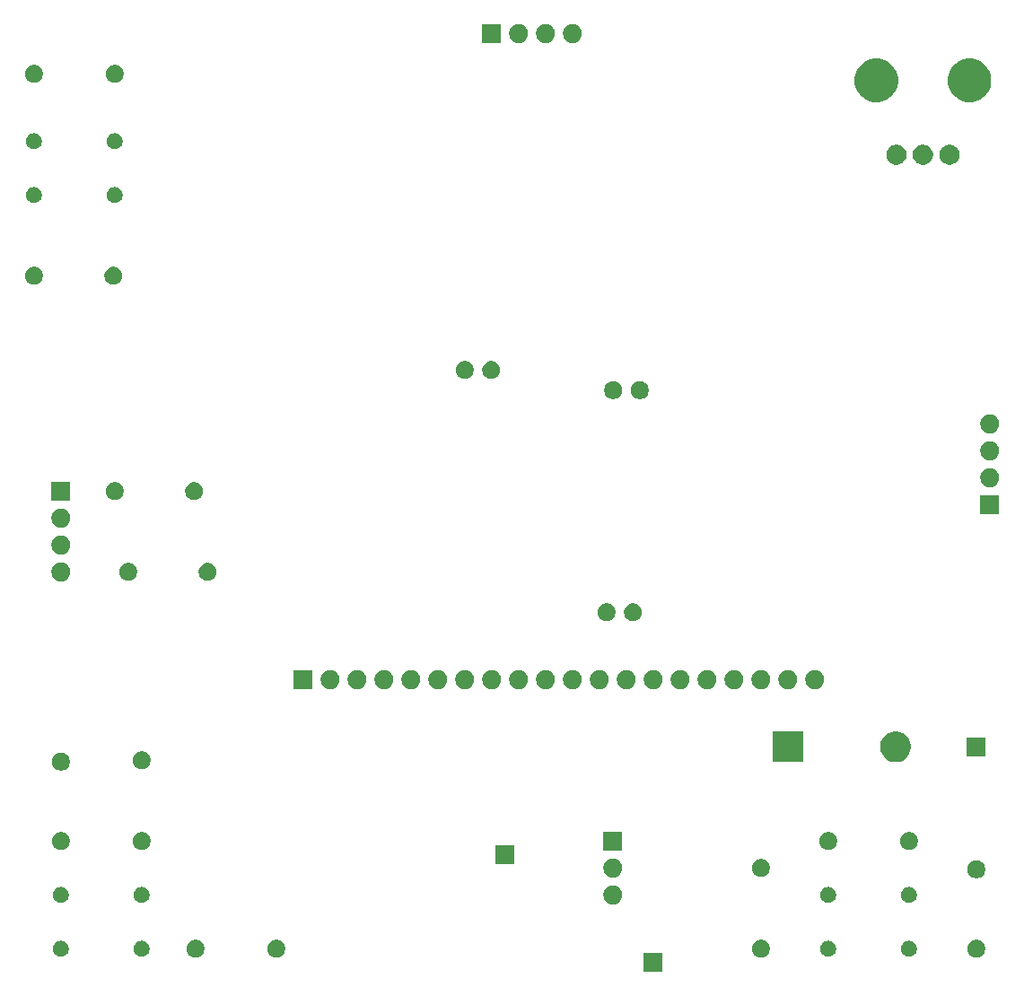
<source format=gbs>
G04 #@! TF.GenerationSoftware,KiCad,Pcbnew,5.1.5-52549c5~84~ubuntu18.04.1*
G04 #@! TF.CreationDate,2019-11-27T13:31:26-05:00*
G04 #@! TF.ProjectId,miniPCB,6d696e69-5043-4422-9e6b-696361645f70,rev?*
G04 #@! TF.SameCoordinates,Original*
G04 #@! TF.FileFunction,Soldermask,Bot*
G04 #@! TF.FilePolarity,Negative*
%FSLAX46Y46*%
G04 Gerber Fmt 4.6, Leading zero omitted, Abs format (unit mm)*
G04 Created by KiCad (PCBNEW 5.1.5-52549c5~84~ubuntu18.04.1) date 2019-11-27 13:31:27*
%MOMM*%
%LPD*%
G04 APERTURE LIST*
%ADD10C,0.100000*%
G04 APERTURE END LIST*
D10*
G36*
X168541000Y-149491000D02*
G01*
X166739000Y-149491000D01*
X166739000Y-147689000D01*
X168541000Y-147689000D01*
X168541000Y-149491000D01*
G37*
G36*
X198368228Y-146501703D02*
G01*
X198523100Y-146565853D01*
X198662481Y-146658985D01*
X198781015Y-146777519D01*
X198874147Y-146916900D01*
X198938297Y-147071772D01*
X198971000Y-147236184D01*
X198971000Y-147403816D01*
X198938297Y-147568228D01*
X198874147Y-147723100D01*
X198781015Y-147862481D01*
X198662481Y-147981015D01*
X198523100Y-148074147D01*
X198368228Y-148138297D01*
X198203816Y-148171000D01*
X198036184Y-148171000D01*
X197871772Y-148138297D01*
X197716900Y-148074147D01*
X197577519Y-147981015D01*
X197458985Y-147862481D01*
X197365853Y-147723100D01*
X197301703Y-147568228D01*
X197269000Y-147403816D01*
X197269000Y-147236184D01*
X197301703Y-147071772D01*
X197365853Y-146916900D01*
X197458985Y-146777519D01*
X197577519Y-146658985D01*
X197716900Y-146565853D01*
X197871772Y-146501703D01*
X198036184Y-146469000D01*
X198203816Y-146469000D01*
X198368228Y-146501703D01*
G37*
G36*
X178048228Y-146501703D02*
G01*
X178203100Y-146565853D01*
X178342481Y-146658985D01*
X178461015Y-146777519D01*
X178554147Y-146916900D01*
X178618297Y-147071772D01*
X178651000Y-147236184D01*
X178651000Y-147403816D01*
X178618297Y-147568228D01*
X178554147Y-147723100D01*
X178461015Y-147862481D01*
X178342481Y-147981015D01*
X178203100Y-148074147D01*
X178048228Y-148138297D01*
X177883816Y-148171000D01*
X177716184Y-148171000D01*
X177551772Y-148138297D01*
X177396900Y-148074147D01*
X177257519Y-147981015D01*
X177138985Y-147862481D01*
X177045853Y-147723100D01*
X176981703Y-147568228D01*
X176949000Y-147403816D01*
X176949000Y-147236184D01*
X176981703Y-147071772D01*
X177045853Y-146916900D01*
X177138985Y-146777519D01*
X177257519Y-146658985D01*
X177396900Y-146565853D01*
X177551772Y-146501703D01*
X177716184Y-146469000D01*
X177883816Y-146469000D01*
X178048228Y-146501703D01*
G37*
G36*
X132328228Y-146501703D02*
G01*
X132483100Y-146565853D01*
X132622481Y-146658985D01*
X132741015Y-146777519D01*
X132834147Y-146916900D01*
X132898297Y-147071772D01*
X132931000Y-147236184D01*
X132931000Y-147403816D01*
X132898297Y-147568228D01*
X132834147Y-147723100D01*
X132741015Y-147862481D01*
X132622481Y-147981015D01*
X132483100Y-148074147D01*
X132328228Y-148138297D01*
X132163816Y-148171000D01*
X131996184Y-148171000D01*
X131831772Y-148138297D01*
X131676900Y-148074147D01*
X131537519Y-147981015D01*
X131418985Y-147862481D01*
X131325853Y-147723100D01*
X131261703Y-147568228D01*
X131229000Y-147403816D01*
X131229000Y-147236184D01*
X131261703Y-147071772D01*
X131325853Y-146916900D01*
X131418985Y-146777519D01*
X131537519Y-146658985D01*
X131676900Y-146565853D01*
X131831772Y-146501703D01*
X131996184Y-146469000D01*
X132163816Y-146469000D01*
X132328228Y-146501703D01*
G37*
G36*
X124708228Y-146501703D02*
G01*
X124863100Y-146565853D01*
X125002481Y-146658985D01*
X125121015Y-146777519D01*
X125214147Y-146916900D01*
X125278297Y-147071772D01*
X125311000Y-147236184D01*
X125311000Y-147403816D01*
X125278297Y-147568228D01*
X125214147Y-147723100D01*
X125121015Y-147862481D01*
X125002481Y-147981015D01*
X124863100Y-148074147D01*
X124708228Y-148138297D01*
X124543816Y-148171000D01*
X124376184Y-148171000D01*
X124211772Y-148138297D01*
X124056900Y-148074147D01*
X123917519Y-147981015D01*
X123798985Y-147862481D01*
X123705853Y-147723100D01*
X123641703Y-147568228D01*
X123609000Y-147403816D01*
X123609000Y-147236184D01*
X123641703Y-147071772D01*
X123705853Y-146916900D01*
X123798985Y-146777519D01*
X123917519Y-146658985D01*
X124056900Y-146565853D01*
X124211772Y-146501703D01*
X124376184Y-146469000D01*
X124543816Y-146469000D01*
X124708228Y-146501703D01*
G37*
G36*
X111854425Y-146574599D02*
G01*
X111978621Y-146599302D01*
X112115022Y-146655801D01*
X112237779Y-146737825D01*
X112342175Y-146842221D01*
X112424199Y-146964978D01*
X112480698Y-147101379D01*
X112509500Y-147246181D01*
X112509500Y-147393819D01*
X112480698Y-147538621D01*
X112424199Y-147675022D01*
X112342175Y-147797779D01*
X112237779Y-147902175D01*
X112115022Y-147984199D01*
X111978621Y-148040698D01*
X111854425Y-148065401D01*
X111833820Y-148069500D01*
X111686180Y-148069500D01*
X111665575Y-148065401D01*
X111541379Y-148040698D01*
X111404978Y-147984199D01*
X111282221Y-147902175D01*
X111177825Y-147797779D01*
X111095801Y-147675022D01*
X111039302Y-147538621D01*
X111010500Y-147393819D01*
X111010500Y-147246181D01*
X111039302Y-147101379D01*
X111095801Y-146964978D01*
X111177825Y-146842221D01*
X111282221Y-146737825D01*
X111404978Y-146655801D01*
X111541379Y-146599302D01*
X111665575Y-146574599D01*
X111686180Y-146570500D01*
X111833820Y-146570500D01*
X111854425Y-146574599D01*
G37*
G36*
X191864425Y-146574599D02*
G01*
X191988621Y-146599302D01*
X192125022Y-146655801D01*
X192247779Y-146737825D01*
X192352175Y-146842221D01*
X192434199Y-146964978D01*
X192490698Y-147101379D01*
X192519500Y-147246181D01*
X192519500Y-147393819D01*
X192490698Y-147538621D01*
X192434199Y-147675022D01*
X192352175Y-147797779D01*
X192247779Y-147902175D01*
X192125022Y-147984199D01*
X191988621Y-148040698D01*
X191864425Y-148065401D01*
X191843820Y-148069500D01*
X191696180Y-148069500D01*
X191675575Y-148065401D01*
X191551379Y-148040698D01*
X191414978Y-147984199D01*
X191292221Y-147902175D01*
X191187825Y-147797779D01*
X191105801Y-147675022D01*
X191049302Y-147538621D01*
X191020500Y-147393819D01*
X191020500Y-147246181D01*
X191049302Y-147101379D01*
X191105801Y-146964978D01*
X191187825Y-146842221D01*
X191292221Y-146737825D01*
X191414978Y-146655801D01*
X191551379Y-146599302D01*
X191675575Y-146574599D01*
X191696180Y-146570500D01*
X191843820Y-146570500D01*
X191864425Y-146574599D01*
G37*
G36*
X184244425Y-146574599D02*
G01*
X184368621Y-146599302D01*
X184505022Y-146655801D01*
X184627779Y-146737825D01*
X184732175Y-146842221D01*
X184814199Y-146964978D01*
X184870698Y-147101379D01*
X184899500Y-147246181D01*
X184899500Y-147393819D01*
X184870698Y-147538621D01*
X184814199Y-147675022D01*
X184732175Y-147797779D01*
X184627779Y-147902175D01*
X184505022Y-147984199D01*
X184368621Y-148040698D01*
X184244425Y-148065401D01*
X184223820Y-148069500D01*
X184076180Y-148069500D01*
X184055575Y-148065401D01*
X183931379Y-148040698D01*
X183794978Y-147984199D01*
X183672221Y-147902175D01*
X183567825Y-147797779D01*
X183485801Y-147675022D01*
X183429302Y-147538621D01*
X183400500Y-147393819D01*
X183400500Y-147246181D01*
X183429302Y-147101379D01*
X183485801Y-146964978D01*
X183567825Y-146842221D01*
X183672221Y-146737825D01*
X183794978Y-146655801D01*
X183931379Y-146599302D01*
X184055575Y-146574599D01*
X184076180Y-146570500D01*
X184223820Y-146570500D01*
X184244425Y-146574599D01*
G37*
G36*
X119474425Y-146574599D02*
G01*
X119598621Y-146599302D01*
X119735022Y-146655801D01*
X119857779Y-146737825D01*
X119962175Y-146842221D01*
X120044199Y-146964978D01*
X120100698Y-147101379D01*
X120129500Y-147246181D01*
X120129500Y-147393819D01*
X120100698Y-147538621D01*
X120044199Y-147675022D01*
X119962175Y-147797779D01*
X119857779Y-147902175D01*
X119735022Y-147984199D01*
X119598621Y-148040698D01*
X119474425Y-148065401D01*
X119453820Y-148069500D01*
X119306180Y-148069500D01*
X119285575Y-148065401D01*
X119161379Y-148040698D01*
X119024978Y-147984199D01*
X118902221Y-147902175D01*
X118797825Y-147797779D01*
X118715801Y-147675022D01*
X118659302Y-147538621D01*
X118630500Y-147393819D01*
X118630500Y-147246181D01*
X118659302Y-147101379D01*
X118715801Y-146964978D01*
X118797825Y-146842221D01*
X118902221Y-146737825D01*
X119024978Y-146655801D01*
X119161379Y-146599302D01*
X119285575Y-146574599D01*
X119306180Y-146570500D01*
X119453820Y-146570500D01*
X119474425Y-146574599D01*
G37*
G36*
X163943512Y-141343927D02*
G01*
X164092812Y-141373624D01*
X164256784Y-141441544D01*
X164404354Y-141540147D01*
X164529853Y-141665646D01*
X164628456Y-141813216D01*
X164696376Y-141977188D01*
X164731000Y-142151259D01*
X164731000Y-142328741D01*
X164696376Y-142502812D01*
X164628456Y-142666784D01*
X164529853Y-142814354D01*
X164404354Y-142939853D01*
X164256784Y-143038456D01*
X164092812Y-143106376D01*
X163943512Y-143136073D01*
X163918742Y-143141000D01*
X163741258Y-143141000D01*
X163716488Y-143136073D01*
X163567188Y-143106376D01*
X163403216Y-143038456D01*
X163255646Y-142939853D01*
X163130147Y-142814354D01*
X163031544Y-142666784D01*
X162963624Y-142502812D01*
X162929000Y-142328741D01*
X162929000Y-142151259D01*
X162963624Y-141977188D01*
X163031544Y-141813216D01*
X163130147Y-141665646D01*
X163255646Y-141540147D01*
X163403216Y-141441544D01*
X163567188Y-141373624D01*
X163716488Y-141343927D01*
X163741258Y-141339000D01*
X163918742Y-141339000D01*
X163943512Y-141343927D01*
G37*
G36*
X191864425Y-141494599D02*
G01*
X191988621Y-141519302D01*
X192125022Y-141575801D01*
X192247779Y-141657825D01*
X192352175Y-141762221D01*
X192434199Y-141884978D01*
X192490698Y-142021379D01*
X192519500Y-142166181D01*
X192519500Y-142313819D01*
X192490698Y-142458621D01*
X192434199Y-142595022D01*
X192352175Y-142717779D01*
X192247779Y-142822175D01*
X192125022Y-142904199D01*
X191988621Y-142960698D01*
X191864425Y-142985401D01*
X191843820Y-142989500D01*
X191696180Y-142989500D01*
X191675575Y-142985401D01*
X191551379Y-142960698D01*
X191414978Y-142904199D01*
X191292221Y-142822175D01*
X191187825Y-142717779D01*
X191105801Y-142595022D01*
X191049302Y-142458621D01*
X191020500Y-142313819D01*
X191020500Y-142166181D01*
X191049302Y-142021379D01*
X191105801Y-141884978D01*
X191187825Y-141762221D01*
X191292221Y-141657825D01*
X191414978Y-141575801D01*
X191551379Y-141519302D01*
X191675575Y-141494599D01*
X191696180Y-141490500D01*
X191843820Y-141490500D01*
X191864425Y-141494599D01*
G37*
G36*
X119474425Y-141494599D02*
G01*
X119598621Y-141519302D01*
X119735022Y-141575801D01*
X119857779Y-141657825D01*
X119962175Y-141762221D01*
X120044199Y-141884978D01*
X120100698Y-142021379D01*
X120129500Y-142166181D01*
X120129500Y-142313819D01*
X120100698Y-142458621D01*
X120044199Y-142595022D01*
X119962175Y-142717779D01*
X119857779Y-142822175D01*
X119735022Y-142904199D01*
X119598621Y-142960698D01*
X119474425Y-142985401D01*
X119453820Y-142989500D01*
X119306180Y-142989500D01*
X119285575Y-142985401D01*
X119161379Y-142960698D01*
X119024978Y-142904199D01*
X118902221Y-142822175D01*
X118797825Y-142717779D01*
X118715801Y-142595022D01*
X118659302Y-142458621D01*
X118630500Y-142313819D01*
X118630500Y-142166181D01*
X118659302Y-142021379D01*
X118715801Y-141884978D01*
X118797825Y-141762221D01*
X118902221Y-141657825D01*
X119024978Y-141575801D01*
X119161379Y-141519302D01*
X119285575Y-141494599D01*
X119306180Y-141490500D01*
X119453820Y-141490500D01*
X119474425Y-141494599D01*
G37*
G36*
X111854425Y-141494599D02*
G01*
X111978621Y-141519302D01*
X112115022Y-141575801D01*
X112237779Y-141657825D01*
X112342175Y-141762221D01*
X112424199Y-141884978D01*
X112480698Y-142021379D01*
X112509500Y-142166181D01*
X112509500Y-142313819D01*
X112480698Y-142458621D01*
X112424199Y-142595022D01*
X112342175Y-142717779D01*
X112237779Y-142822175D01*
X112115022Y-142904199D01*
X111978621Y-142960698D01*
X111854425Y-142985401D01*
X111833820Y-142989500D01*
X111686180Y-142989500D01*
X111665575Y-142985401D01*
X111541379Y-142960698D01*
X111404978Y-142904199D01*
X111282221Y-142822175D01*
X111177825Y-142717779D01*
X111095801Y-142595022D01*
X111039302Y-142458621D01*
X111010500Y-142313819D01*
X111010500Y-142166181D01*
X111039302Y-142021379D01*
X111095801Y-141884978D01*
X111177825Y-141762221D01*
X111282221Y-141657825D01*
X111404978Y-141575801D01*
X111541379Y-141519302D01*
X111665575Y-141494599D01*
X111686180Y-141490500D01*
X111833820Y-141490500D01*
X111854425Y-141494599D01*
G37*
G36*
X184244425Y-141494599D02*
G01*
X184368621Y-141519302D01*
X184505022Y-141575801D01*
X184627779Y-141657825D01*
X184732175Y-141762221D01*
X184814199Y-141884978D01*
X184870698Y-142021379D01*
X184899500Y-142166181D01*
X184899500Y-142313819D01*
X184870698Y-142458621D01*
X184814199Y-142595022D01*
X184732175Y-142717779D01*
X184627779Y-142822175D01*
X184505022Y-142904199D01*
X184368621Y-142960698D01*
X184244425Y-142985401D01*
X184223820Y-142989500D01*
X184076180Y-142989500D01*
X184055575Y-142985401D01*
X183931379Y-142960698D01*
X183794978Y-142904199D01*
X183672221Y-142822175D01*
X183567825Y-142717779D01*
X183485801Y-142595022D01*
X183429302Y-142458621D01*
X183400500Y-142313819D01*
X183400500Y-142166181D01*
X183429302Y-142021379D01*
X183485801Y-141884978D01*
X183567825Y-141762221D01*
X183672221Y-141657825D01*
X183794978Y-141575801D01*
X183931379Y-141519302D01*
X184055575Y-141494599D01*
X184076180Y-141490500D01*
X184223820Y-141490500D01*
X184244425Y-141494599D01*
G37*
G36*
X198368228Y-139001703D02*
G01*
X198523100Y-139065853D01*
X198662481Y-139158985D01*
X198781015Y-139277519D01*
X198874147Y-139416900D01*
X198938297Y-139571772D01*
X198971000Y-139736184D01*
X198971000Y-139903816D01*
X198938297Y-140068228D01*
X198874147Y-140223100D01*
X198781015Y-140362481D01*
X198662481Y-140481015D01*
X198523100Y-140574147D01*
X198368228Y-140638297D01*
X198203816Y-140671000D01*
X198036184Y-140671000D01*
X197871772Y-140638297D01*
X197716900Y-140574147D01*
X197577519Y-140481015D01*
X197458985Y-140362481D01*
X197365853Y-140223100D01*
X197301703Y-140068228D01*
X197269000Y-139903816D01*
X197269000Y-139736184D01*
X197301703Y-139571772D01*
X197365853Y-139416900D01*
X197458985Y-139277519D01*
X197577519Y-139158985D01*
X197716900Y-139065853D01*
X197871772Y-139001703D01*
X198036184Y-138969000D01*
X198203816Y-138969000D01*
X198368228Y-139001703D01*
G37*
G36*
X163943512Y-138803927D02*
G01*
X164092812Y-138833624D01*
X164256784Y-138901544D01*
X164404354Y-139000147D01*
X164529853Y-139125646D01*
X164628456Y-139273216D01*
X164696376Y-139437188D01*
X164731000Y-139611259D01*
X164731000Y-139788741D01*
X164696376Y-139962812D01*
X164628456Y-140126784D01*
X164529853Y-140274354D01*
X164404354Y-140399853D01*
X164256784Y-140498456D01*
X164092812Y-140566376D01*
X163943512Y-140596073D01*
X163918742Y-140601000D01*
X163741258Y-140601000D01*
X163716488Y-140596073D01*
X163567188Y-140566376D01*
X163403216Y-140498456D01*
X163255646Y-140399853D01*
X163130147Y-140274354D01*
X163031544Y-140126784D01*
X162963624Y-139962812D01*
X162929000Y-139788741D01*
X162929000Y-139611259D01*
X162963624Y-139437188D01*
X163031544Y-139273216D01*
X163130147Y-139125646D01*
X163255646Y-139000147D01*
X163403216Y-138901544D01*
X163567188Y-138833624D01*
X163716488Y-138803927D01*
X163741258Y-138799000D01*
X163918742Y-138799000D01*
X163943512Y-138803927D01*
G37*
G36*
X178048228Y-138881703D02*
G01*
X178203100Y-138945853D01*
X178342481Y-139038985D01*
X178461015Y-139157519D01*
X178554147Y-139296900D01*
X178618297Y-139451772D01*
X178651000Y-139616184D01*
X178651000Y-139783816D01*
X178618297Y-139948228D01*
X178554147Y-140103100D01*
X178461015Y-140242481D01*
X178342481Y-140361015D01*
X178203100Y-140454147D01*
X178048228Y-140518297D01*
X177883816Y-140551000D01*
X177716184Y-140551000D01*
X177551772Y-140518297D01*
X177396900Y-140454147D01*
X177257519Y-140361015D01*
X177138985Y-140242481D01*
X177045853Y-140103100D01*
X176981703Y-139948228D01*
X176949000Y-139783816D01*
X176949000Y-139616184D01*
X176981703Y-139451772D01*
X177045853Y-139296900D01*
X177138985Y-139157519D01*
X177257519Y-139038985D01*
X177396900Y-138945853D01*
X177551772Y-138881703D01*
X177716184Y-138849000D01*
X177883816Y-138849000D01*
X178048228Y-138881703D01*
G37*
G36*
X154571000Y-139331000D02*
G01*
X152769000Y-139331000D01*
X152769000Y-137529000D01*
X154571000Y-137529000D01*
X154571000Y-139331000D01*
G37*
G36*
X164731000Y-138061000D02*
G01*
X162929000Y-138061000D01*
X162929000Y-136259000D01*
X164731000Y-136259000D01*
X164731000Y-138061000D01*
G37*
G36*
X192018228Y-136341703D02*
G01*
X192173100Y-136405853D01*
X192312481Y-136498985D01*
X192431015Y-136617519D01*
X192524147Y-136756900D01*
X192588297Y-136911772D01*
X192621000Y-137076184D01*
X192621000Y-137243816D01*
X192588297Y-137408228D01*
X192524147Y-137563100D01*
X192431015Y-137702481D01*
X192312481Y-137821015D01*
X192173100Y-137914147D01*
X192018228Y-137978297D01*
X191853816Y-138011000D01*
X191686184Y-138011000D01*
X191521772Y-137978297D01*
X191366900Y-137914147D01*
X191227519Y-137821015D01*
X191108985Y-137702481D01*
X191015853Y-137563100D01*
X190951703Y-137408228D01*
X190919000Y-137243816D01*
X190919000Y-137076184D01*
X190951703Y-136911772D01*
X191015853Y-136756900D01*
X191108985Y-136617519D01*
X191227519Y-136498985D01*
X191366900Y-136405853D01*
X191521772Y-136341703D01*
X191686184Y-136309000D01*
X191853816Y-136309000D01*
X192018228Y-136341703D01*
G37*
G36*
X184398228Y-136341703D02*
G01*
X184553100Y-136405853D01*
X184692481Y-136498985D01*
X184811015Y-136617519D01*
X184904147Y-136756900D01*
X184968297Y-136911772D01*
X185001000Y-137076184D01*
X185001000Y-137243816D01*
X184968297Y-137408228D01*
X184904147Y-137563100D01*
X184811015Y-137702481D01*
X184692481Y-137821015D01*
X184553100Y-137914147D01*
X184398228Y-137978297D01*
X184233816Y-138011000D01*
X184066184Y-138011000D01*
X183901772Y-137978297D01*
X183746900Y-137914147D01*
X183607519Y-137821015D01*
X183488985Y-137702481D01*
X183395853Y-137563100D01*
X183331703Y-137408228D01*
X183299000Y-137243816D01*
X183299000Y-137076184D01*
X183331703Y-136911772D01*
X183395853Y-136756900D01*
X183488985Y-136617519D01*
X183607519Y-136498985D01*
X183746900Y-136405853D01*
X183901772Y-136341703D01*
X184066184Y-136309000D01*
X184233816Y-136309000D01*
X184398228Y-136341703D01*
G37*
G36*
X112008228Y-136341703D02*
G01*
X112163100Y-136405853D01*
X112302481Y-136498985D01*
X112421015Y-136617519D01*
X112514147Y-136756900D01*
X112578297Y-136911772D01*
X112611000Y-137076184D01*
X112611000Y-137243816D01*
X112578297Y-137408228D01*
X112514147Y-137563100D01*
X112421015Y-137702481D01*
X112302481Y-137821015D01*
X112163100Y-137914147D01*
X112008228Y-137978297D01*
X111843816Y-138011000D01*
X111676184Y-138011000D01*
X111511772Y-137978297D01*
X111356900Y-137914147D01*
X111217519Y-137821015D01*
X111098985Y-137702481D01*
X111005853Y-137563100D01*
X110941703Y-137408228D01*
X110909000Y-137243816D01*
X110909000Y-137076184D01*
X110941703Y-136911772D01*
X111005853Y-136756900D01*
X111098985Y-136617519D01*
X111217519Y-136498985D01*
X111356900Y-136405853D01*
X111511772Y-136341703D01*
X111676184Y-136309000D01*
X111843816Y-136309000D01*
X112008228Y-136341703D01*
G37*
G36*
X119628228Y-136341703D02*
G01*
X119783100Y-136405853D01*
X119922481Y-136498985D01*
X120041015Y-136617519D01*
X120134147Y-136756900D01*
X120198297Y-136911772D01*
X120231000Y-137076184D01*
X120231000Y-137243816D01*
X120198297Y-137408228D01*
X120134147Y-137563100D01*
X120041015Y-137702481D01*
X119922481Y-137821015D01*
X119783100Y-137914147D01*
X119628228Y-137978297D01*
X119463816Y-138011000D01*
X119296184Y-138011000D01*
X119131772Y-137978297D01*
X118976900Y-137914147D01*
X118837519Y-137821015D01*
X118718985Y-137702481D01*
X118625853Y-137563100D01*
X118561703Y-137408228D01*
X118529000Y-137243816D01*
X118529000Y-137076184D01*
X118561703Y-136911772D01*
X118625853Y-136756900D01*
X118718985Y-136617519D01*
X118837519Y-136498985D01*
X118976900Y-136405853D01*
X119131772Y-136341703D01*
X119296184Y-136309000D01*
X119463816Y-136309000D01*
X119628228Y-136341703D01*
G37*
G36*
X112008228Y-128841703D02*
G01*
X112163100Y-128905853D01*
X112302481Y-128998985D01*
X112421015Y-129117519D01*
X112514147Y-129256900D01*
X112578297Y-129411772D01*
X112611000Y-129576184D01*
X112611000Y-129743816D01*
X112578297Y-129908228D01*
X112514147Y-130063100D01*
X112421015Y-130202481D01*
X112302481Y-130321015D01*
X112163100Y-130414147D01*
X112008228Y-130478297D01*
X111843816Y-130511000D01*
X111676184Y-130511000D01*
X111511772Y-130478297D01*
X111356900Y-130414147D01*
X111217519Y-130321015D01*
X111098985Y-130202481D01*
X111005853Y-130063100D01*
X110941703Y-129908228D01*
X110909000Y-129743816D01*
X110909000Y-129576184D01*
X110941703Y-129411772D01*
X111005853Y-129256900D01*
X111098985Y-129117519D01*
X111217519Y-128998985D01*
X111356900Y-128905853D01*
X111511772Y-128841703D01*
X111676184Y-128809000D01*
X111843816Y-128809000D01*
X112008228Y-128841703D01*
G37*
G36*
X119628228Y-128721703D02*
G01*
X119783100Y-128785853D01*
X119922481Y-128878985D01*
X120041015Y-128997519D01*
X120134147Y-129136900D01*
X120198297Y-129291772D01*
X120231000Y-129456184D01*
X120231000Y-129623816D01*
X120198297Y-129788228D01*
X120134147Y-129943100D01*
X120041015Y-130082481D01*
X119922481Y-130201015D01*
X119783100Y-130294147D01*
X119628228Y-130358297D01*
X119463816Y-130391000D01*
X119296184Y-130391000D01*
X119131772Y-130358297D01*
X118976900Y-130294147D01*
X118837519Y-130201015D01*
X118718985Y-130082481D01*
X118625853Y-129943100D01*
X118561703Y-129788228D01*
X118529000Y-129623816D01*
X118529000Y-129456184D01*
X118561703Y-129291772D01*
X118625853Y-129136900D01*
X118718985Y-128997519D01*
X118837519Y-128878985D01*
X118976900Y-128785853D01*
X119131772Y-128721703D01*
X119296184Y-128689000D01*
X119463816Y-128689000D01*
X119628228Y-128721703D01*
G37*
G36*
X190923241Y-126874760D02*
G01*
X191187305Y-126984139D01*
X191424958Y-127142934D01*
X191627066Y-127345042D01*
X191785861Y-127582695D01*
X191895240Y-127846759D01*
X191951000Y-128127088D01*
X191951000Y-128412912D01*
X191895240Y-128693241D01*
X191785861Y-128957305D01*
X191627066Y-129194958D01*
X191424958Y-129397066D01*
X191187305Y-129555861D01*
X190923241Y-129665240D01*
X190642912Y-129721000D01*
X190357088Y-129721000D01*
X190076759Y-129665240D01*
X189812695Y-129555861D01*
X189575042Y-129397066D01*
X189372934Y-129194958D01*
X189214139Y-128957305D01*
X189104760Y-128693241D01*
X189049000Y-128412912D01*
X189049000Y-128127088D01*
X189104760Y-127846759D01*
X189214139Y-127582695D01*
X189372934Y-127345042D01*
X189575042Y-127142934D01*
X189812695Y-126984139D01*
X190076759Y-126874760D01*
X190357088Y-126819000D01*
X190642912Y-126819000D01*
X190923241Y-126874760D01*
G37*
G36*
X181791000Y-129721000D02*
G01*
X178889000Y-129721000D01*
X178889000Y-126819000D01*
X181791000Y-126819000D01*
X181791000Y-129721000D01*
G37*
G36*
X199021000Y-129171000D02*
G01*
X197219000Y-129171000D01*
X197219000Y-127369000D01*
X199021000Y-127369000D01*
X199021000Y-129171000D01*
G37*
G36*
X157593512Y-121023927D02*
G01*
X157742812Y-121053624D01*
X157906784Y-121121544D01*
X158054354Y-121220147D01*
X158179853Y-121345646D01*
X158278456Y-121493216D01*
X158346376Y-121657188D01*
X158381000Y-121831259D01*
X158381000Y-122008741D01*
X158346376Y-122182812D01*
X158278456Y-122346784D01*
X158179853Y-122494354D01*
X158054354Y-122619853D01*
X157906784Y-122718456D01*
X157742812Y-122786376D01*
X157593512Y-122816073D01*
X157568742Y-122821000D01*
X157391258Y-122821000D01*
X157366488Y-122816073D01*
X157217188Y-122786376D01*
X157053216Y-122718456D01*
X156905646Y-122619853D01*
X156780147Y-122494354D01*
X156681544Y-122346784D01*
X156613624Y-122182812D01*
X156579000Y-122008741D01*
X156579000Y-121831259D01*
X156613624Y-121657188D01*
X156681544Y-121493216D01*
X156780147Y-121345646D01*
X156905646Y-121220147D01*
X157053216Y-121121544D01*
X157217188Y-121053624D01*
X157366488Y-121023927D01*
X157391258Y-121019000D01*
X157568742Y-121019000D01*
X157593512Y-121023927D01*
G37*
G36*
X160133512Y-121023927D02*
G01*
X160282812Y-121053624D01*
X160446784Y-121121544D01*
X160594354Y-121220147D01*
X160719853Y-121345646D01*
X160818456Y-121493216D01*
X160886376Y-121657188D01*
X160921000Y-121831259D01*
X160921000Y-122008741D01*
X160886376Y-122182812D01*
X160818456Y-122346784D01*
X160719853Y-122494354D01*
X160594354Y-122619853D01*
X160446784Y-122718456D01*
X160282812Y-122786376D01*
X160133512Y-122816073D01*
X160108742Y-122821000D01*
X159931258Y-122821000D01*
X159906488Y-122816073D01*
X159757188Y-122786376D01*
X159593216Y-122718456D01*
X159445646Y-122619853D01*
X159320147Y-122494354D01*
X159221544Y-122346784D01*
X159153624Y-122182812D01*
X159119000Y-122008741D01*
X159119000Y-121831259D01*
X159153624Y-121657188D01*
X159221544Y-121493216D01*
X159320147Y-121345646D01*
X159445646Y-121220147D01*
X159593216Y-121121544D01*
X159757188Y-121053624D01*
X159906488Y-121023927D01*
X159931258Y-121019000D01*
X160108742Y-121019000D01*
X160133512Y-121023927D01*
G37*
G36*
X162673512Y-121023927D02*
G01*
X162822812Y-121053624D01*
X162986784Y-121121544D01*
X163134354Y-121220147D01*
X163259853Y-121345646D01*
X163358456Y-121493216D01*
X163426376Y-121657188D01*
X163461000Y-121831259D01*
X163461000Y-122008741D01*
X163426376Y-122182812D01*
X163358456Y-122346784D01*
X163259853Y-122494354D01*
X163134354Y-122619853D01*
X162986784Y-122718456D01*
X162822812Y-122786376D01*
X162673512Y-122816073D01*
X162648742Y-122821000D01*
X162471258Y-122821000D01*
X162446488Y-122816073D01*
X162297188Y-122786376D01*
X162133216Y-122718456D01*
X161985646Y-122619853D01*
X161860147Y-122494354D01*
X161761544Y-122346784D01*
X161693624Y-122182812D01*
X161659000Y-122008741D01*
X161659000Y-121831259D01*
X161693624Y-121657188D01*
X161761544Y-121493216D01*
X161860147Y-121345646D01*
X161985646Y-121220147D01*
X162133216Y-121121544D01*
X162297188Y-121053624D01*
X162446488Y-121023927D01*
X162471258Y-121019000D01*
X162648742Y-121019000D01*
X162673512Y-121023927D01*
G37*
G36*
X165213512Y-121023927D02*
G01*
X165362812Y-121053624D01*
X165526784Y-121121544D01*
X165674354Y-121220147D01*
X165799853Y-121345646D01*
X165898456Y-121493216D01*
X165966376Y-121657188D01*
X166001000Y-121831259D01*
X166001000Y-122008741D01*
X165966376Y-122182812D01*
X165898456Y-122346784D01*
X165799853Y-122494354D01*
X165674354Y-122619853D01*
X165526784Y-122718456D01*
X165362812Y-122786376D01*
X165213512Y-122816073D01*
X165188742Y-122821000D01*
X165011258Y-122821000D01*
X164986488Y-122816073D01*
X164837188Y-122786376D01*
X164673216Y-122718456D01*
X164525646Y-122619853D01*
X164400147Y-122494354D01*
X164301544Y-122346784D01*
X164233624Y-122182812D01*
X164199000Y-122008741D01*
X164199000Y-121831259D01*
X164233624Y-121657188D01*
X164301544Y-121493216D01*
X164400147Y-121345646D01*
X164525646Y-121220147D01*
X164673216Y-121121544D01*
X164837188Y-121053624D01*
X164986488Y-121023927D01*
X165011258Y-121019000D01*
X165188742Y-121019000D01*
X165213512Y-121023927D01*
G37*
G36*
X167753512Y-121023927D02*
G01*
X167902812Y-121053624D01*
X168066784Y-121121544D01*
X168214354Y-121220147D01*
X168339853Y-121345646D01*
X168438456Y-121493216D01*
X168506376Y-121657188D01*
X168541000Y-121831259D01*
X168541000Y-122008741D01*
X168506376Y-122182812D01*
X168438456Y-122346784D01*
X168339853Y-122494354D01*
X168214354Y-122619853D01*
X168066784Y-122718456D01*
X167902812Y-122786376D01*
X167753512Y-122816073D01*
X167728742Y-122821000D01*
X167551258Y-122821000D01*
X167526488Y-122816073D01*
X167377188Y-122786376D01*
X167213216Y-122718456D01*
X167065646Y-122619853D01*
X166940147Y-122494354D01*
X166841544Y-122346784D01*
X166773624Y-122182812D01*
X166739000Y-122008741D01*
X166739000Y-121831259D01*
X166773624Y-121657188D01*
X166841544Y-121493216D01*
X166940147Y-121345646D01*
X167065646Y-121220147D01*
X167213216Y-121121544D01*
X167377188Y-121053624D01*
X167526488Y-121023927D01*
X167551258Y-121019000D01*
X167728742Y-121019000D01*
X167753512Y-121023927D01*
G37*
G36*
X170293512Y-121023927D02*
G01*
X170442812Y-121053624D01*
X170606784Y-121121544D01*
X170754354Y-121220147D01*
X170879853Y-121345646D01*
X170978456Y-121493216D01*
X171046376Y-121657188D01*
X171081000Y-121831259D01*
X171081000Y-122008741D01*
X171046376Y-122182812D01*
X170978456Y-122346784D01*
X170879853Y-122494354D01*
X170754354Y-122619853D01*
X170606784Y-122718456D01*
X170442812Y-122786376D01*
X170293512Y-122816073D01*
X170268742Y-122821000D01*
X170091258Y-122821000D01*
X170066488Y-122816073D01*
X169917188Y-122786376D01*
X169753216Y-122718456D01*
X169605646Y-122619853D01*
X169480147Y-122494354D01*
X169381544Y-122346784D01*
X169313624Y-122182812D01*
X169279000Y-122008741D01*
X169279000Y-121831259D01*
X169313624Y-121657188D01*
X169381544Y-121493216D01*
X169480147Y-121345646D01*
X169605646Y-121220147D01*
X169753216Y-121121544D01*
X169917188Y-121053624D01*
X170066488Y-121023927D01*
X170091258Y-121019000D01*
X170268742Y-121019000D01*
X170293512Y-121023927D01*
G37*
G36*
X182993512Y-121023927D02*
G01*
X183142812Y-121053624D01*
X183306784Y-121121544D01*
X183454354Y-121220147D01*
X183579853Y-121345646D01*
X183678456Y-121493216D01*
X183746376Y-121657188D01*
X183781000Y-121831259D01*
X183781000Y-122008741D01*
X183746376Y-122182812D01*
X183678456Y-122346784D01*
X183579853Y-122494354D01*
X183454354Y-122619853D01*
X183306784Y-122718456D01*
X183142812Y-122786376D01*
X182993512Y-122816073D01*
X182968742Y-122821000D01*
X182791258Y-122821000D01*
X182766488Y-122816073D01*
X182617188Y-122786376D01*
X182453216Y-122718456D01*
X182305646Y-122619853D01*
X182180147Y-122494354D01*
X182081544Y-122346784D01*
X182013624Y-122182812D01*
X181979000Y-122008741D01*
X181979000Y-121831259D01*
X182013624Y-121657188D01*
X182081544Y-121493216D01*
X182180147Y-121345646D01*
X182305646Y-121220147D01*
X182453216Y-121121544D01*
X182617188Y-121053624D01*
X182766488Y-121023927D01*
X182791258Y-121019000D01*
X182968742Y-121019000D01*
X182993512Y-121023927D01*
G37*
G36*
X180453512Y-121023927D02*
G01*
X180602812Y-121053624D01*
X180766784Y-121121544D01*
X180914354Y-121220147D01*
X181039853Y-121345646D01*
X181138456Y-121493216D01*
X181206376Y-121657188D01*
X181241000Y-121831259D01*
X181241000Y-122008741D01*
X181206376Y-122182812D01*
X181138456Y-122346784D01*
X181039853Y-122494354D01*
X180914354Y-122619853D01*
X180766784Y-122718456D01*
X180602812Y-122786376D01*
X180453512Y-122816073D01*
X180428742Y-122821000D01*
X180251258Y-122821000D01*
X180226488Y-122816073D01*
X180077188Y-122786376D01*
X179913216Y-122718456D01*
X179765646Y-122619853D01*
X179640147Y-122494354D01*
X179541544Y-122346784D01*
X179473624Y-122182812D01*
X179439000Y-122008741D01*
X179439000Y-121831259D01*
X179473624Y-121657188D01*
X179541544Y-121493216D01*
X179640147Y-121345646D01*
X179765646Y-121220147D01*
X179913216Y-121121544D01*
X180077188Y-121053624D01*
X180226488Y-121023927D01*
X180251258Y-121019000D01*
X180428742Y-121019000D01*
X180453512Y-121023927D01*
G37*
G36*
X177913512Y-121023927D02*
G01*
X178062812Y-121053624D01*
X178226784Y-121121544D01*
X178374354Y-121220147D01*
X178499853Y-121345646D01*
X178598456Y-121493216D01*
X178666376Y-121657188D01*
X178701000Y-121831259D01*
X178701000Y-122008741D01*
X178666376Y-122182812D01*
X178598456Y-122346784D01*
X178499853Y-122494354D01*
X178374354Y-122619853D01*
X178226784Y-122718456D01*
X178062812Y-122786376D01*
X177913512Y-122816073D01*
X177888742Y-122821000D01*
X177711258Y-122821000D01*
X177686488Y-122816073D01*
X177537188Y-122786376D01*
X177373216Y-122718456D01*
X177225646Y-122619853D01*
X177100147Y-122494354D01*
X177001544Y-122346784D01*
X176933624Y-122182812D01*
X176899000Y-122008741D01*
X176899000Y-121831259D01*
X176933624Y-121657188D01*
X177001544Y-121493216D01*
X177100147Y-121345646D01*
X177225646Y-121220147D01*
X177373216Y-121121544D01*
X177537188Y-121053624D01*
X177686488Y-121023927D01*
X177711258Y-121019000D01*
X177888742Y-121019000D01*
X177913512Y-121023927D01*
G37*
G36*
X175373512Y-121023927D02*
G01*
X175522812Y-121053624D01*
X175686784Y-121121544D01*
X175834354Y-121220147D01*
X175959853Y-121345646D01*
X176058456Y-121493216D01*
X176126376Y-121657188D01*
X176161000Y-121831259D01*
X176161000Y-122008741D01*
X176126376Y-122182812D01*
X176058456Y-122346784D01*
X175959853Y-122494354D01*
X175834354Y-122619853D01*
X175686784Y-122718456D01*
X175522812Y-122786376D01*
X175373512Y-122816073D01*
X175348742Y-122821000D01*
X175171258Y-122821000D01*
X175146488Y-122816073D01*
X174997188Y-122786376D01*
X174833216Y-122718456D01*
X174685646Y-122619853D01*
X174560147Y-122494354D01*
X174461544Y-122346784D01*
X174393624Y-122182812D01*
X174359000Y-122008741D01*
X174359000Y-121831259D01*
X174393624Y-121657188D01*
X174461544Y-121493216D01*
X174560147Y-121345646D01*
X174685646Y-121220147D01*
X174833216Y-121121544D01*
X174997188Y-121053624D01*
X175146488Y-121023927D01*
X175171258Y-121019000D01*
X175348742Y-121019000D01*
X175373512Y-121023927D01*
G37*
G36*
X152513512Y-121023927D02*
G01*
X152662812Y-121053624D01*
X152826784Y-121121544D01*
X152974354Y-121220147D01*
X153099853Y-121345646D01*
X153198456Y-121493216D01*
X153266376Y-121657188D01*
X153301000Y-121831259D01*
X153301000Y-122008741D01*
X153266376Y-122182812D01*
X153198456Y-122346784D01*
X153099853Y-122494354D01*
X152974354Y-122619853D01*
X152826784Y-122718456D01*
X152662812Y-122786376D01*
X152513512Y-122816073D01*
X152488742Y-122821000D01*
X152311258Y-122821000D01*
X152286488Y-122816073D01*
X152137188Y-122786376D01*
X151973216Y-122718456D01*
X151825646Y-122619853D01*
X151700147Y-122494354D01*
X151601544Y-122346784D01*
X151533624Y-122182812D01*
X151499000Y-122008741D01*
X151499000Y-121831259D01*
X151533624Y-121657188D01*
X151601544Y-121493216D01*
X151700147Y-121345646D01*
X151825646Y-121220147D01*
X151973216Y-121121544D01*
X152137188Y-121053624D01*
X152286488Y-121023927D01*
X152311258Y-121019000D01*
X152488742Y-121019000D01*
X152513512Y-121023927D01*
G37*
G36*
X155053512Y-121023927D02*
G01*
X155202812Y-121053624D01*
X155366784Y-121121544D01*
X155514354Y-121220147D01*
X155639853Y-121345646D01*
X155738456Y-121493216D01*
X155806376Y-121657188D01*
X155841000Y-121831259D01*
X155841000Y-122008741D01*
X155806376Y-122182812D01*
X155738456Y-122346784D01*
X155639853Y-122494354D01*
X155514354Y-122619853D01*
X155366784Y-122718456D01*
X155202812Y-122786376D01*
X155053512Y-122816073D01*
X155028742Y-122821000D01*
X154851258Y-122821000D01*
X154826488Y-122816073D01*
X154677188Y-122786376D01*
X154513216Y-122718456D01*
X154365646Y-122619853D01*
X154240147Y-122494354D01*
X154141544Y-122346784D01*
X154073624Y-122182812D01*
X154039000Y-122008741D01*
X154039000Y-121831259D01*
X154073624Y-121657188D01*
X154141544Y-121493216D01*
X154240147Y-121345646D01*
X154365646Y-121220147D01*
X154513216Y-121121544D01*
X154677188Y-121053624D01*
X154826488Y-121023927D01*
X154851258Y-121019000D01*
X155028742Y-121019000D01*
X155053512Y-121023927D01*
G37*
G36*
X137273512Y-121023927D02*
G01*
X137422812Y-121053624D01*
X137586784Y-121121544D01*
X137734354Y-121220147D01*
X137859853Y-121345646D01*
X137958456Y-121493216D01*
X138026376Y-121657188D01*
X138061000Y-121831259D01*
X138061000Y-122008741D01*
X138026376Y-122182812D01*
X137958456Y-122346784D01*
X137859853Y-122494354D01*
X137734354Y-122619853D01*
X137586784Y-122718456D01*
X137422812Y-122786376D01*
X137273512Y-122816073D01*
X137248742Y-122821000D01*
X137071258Y-122821000D01*
X137046488Y-122816073D01*
X136897188Y-122786376D01*
X136733216Y-122718456D01*
X136585646Y-122619853D01*
X136460147Y-122494354D01*
X136361544Y-122346784D01*
X136293624Y-122182812D01*
X136259000Y-122008741D01*
X136259000Y-121831259D01*
X136293624Y-121657188D01*
X136361544Y-121493216D01*
X136460147Y-121345646D01*
X136585646Y-121220147D01*
X136733216Y-121121544D01*
X136897188Y-121053624D01*
X137046488Y-121023927D01*
X137071258Y-121019000D01*
X137248742Y-121019000D01*
X137273512Y-121023927D01*
G37*
G36*
X139813512Y-121023927D02*
G01*
X139962812Y-121053624D01*
X140126784Y-121121544D01*
X140274354Y-121220147D01*
X140399853Y-121345646D01*
X140498456Y-121493216D01*
X140566376Y-121657188D01*
X140601000Y-121831259D01*
X140601000Y-122008741D01*
X140566376Y-122182812D01*
X140498456Y-122346784D01*
X140399853Y-122494354D01*
X140274354Y-122619853D01*
X140126784Y-122718456D01*
X139962812Y-122786376D01*
X139813512Y-122816073D01*
X139788742Y-122821000D01*
X139611258Y-122821000D01*
X139586488Y-122816073D01*
X139437188Y-122786376D01*
X139273216Y-122718456D01*
X139125646Y-122619853D01*
X139000147Y-122494354D01*
X138901544Y-122346784D01*
X138833624Y-122182812D01*
X138799000Y-122008741D01*
X138799000Y-121831259D01*
X138833624Y-121657188D01*
X138901544Y-121493216D01*
X139000147Y-121345646D01*
X139125646Y-121220147D01*
X139273216Y-121121544D01*
X139437188Y-121053624D01*
X139586488Y-121023927D01*
X139611258Y-121019000D01*
X139788742Y-121019000D01*
X139813512Y-121023927D01*
G37*
G36*
X135521000Y-122821000D02*
G01*
X133719000Y-122821000D01*
X133719000Y-121019000D01*
X135521000Y-121019000D01*
X135521000Y-122821000D01*
G37*
G36*
X172833512Y-121023927D02*
G01*
X172982812Y-121053624D01*
X173146784Y-121121544D01*
X173294354Y-121220147D01*
X173419853Y-121345646D01*
X173518456Y-121493216D01*
X173586376Y-121657188D01*
X173621000Y-121831259D01*
X173621000Y-122008741D01*
X173586376Y-122182812D01*
X173518456Y-122346784D01*
X173419853Y-122494354D01*
X173294354Y-122619853D01*
X173146784Y-122718456D01*
X172982812Y-122786376D01*
X172833512Y-122816073D01*
X172808742Y-122821000D01*
X172631258Y-122821000D01*
X172606488Y-122816073D01*
X172457188Y-122786376D01*
X172293216Y-122718456D01*
X172145646Y-122619853D01*
X172020147Y-122494354D01*
X171921544Y-122346784D01*
X171853624Y-122182812D01*
X171819000Y-122008741D01*
X171819000Y-121831259D01*
X171853624Y-121657188D01*
X171921544Y-121493216D01*
X172020147Y-121345646D01*
X172145646Y-121220147D01*
X172293216Y-121121544D01*
X172457188Y-121053624D01*
X172606488Y-121023927D01*
X172631258Y-121019000D01*
X172808742Y-121019000D01*
X172833512Y-121023927D01*
G37*
G36*
X144893512Y-121023927D02*
G01*
X145042812Y-121053624D01*
X145206784Y-121121544D01*
X145354354Y-121220147D01*
X145479853Y-121345646D01*
X145578456Y-121493216D01*
X145646376Y-121657188D01*
X145681000Y-121831259D01*
X145681000Y-122008741D01*
X145646376Y-122182812D01*
X145578456Y-122346784D01*
X145479853Y-122494354D01*
X145354354Y-122619853D01*
X145206784Y-122718456D01*
X145042812Y-122786376D01*
X144893512Y-122816073D01*
X144868742Y-122821000D01*
X144691258Y-122821000D01*
X144666488Y-122816073D01*
X144517188Y-122786376D01*
X144353216Y-122718456D01*
X144205646Y-122619853D01*
X144080147Y-122494354D01*
X143981544Y-122346784D01*
X143913624Y-122182812D01*
X143879000Y-122008741D01*
X143879000Y-121831259D01*
X143913624Y-121657188D01*
X143981544Y-121493216D01*
X144080147Y-121345646D01*
X144205646Y-121220147D01*
X144353216Y-121121544D01*
X144517188Y-121053624D01*
X144666488Y-121023927D01*
X144691258Y-121019000D01*
X144868742Y-121019000D01*
X144893512Y-121023927D01*
G37*
G36*
X147433512Y-121023927D02*
G01*
X147582812Y-121053624D01*
X147746784Y-121121544D01*
X147894354Y-121220147D01*
X148019853Y-121345646D01*
X148118456Y-121493216D01*
X148186376Y-121657188D01*
X148221000Y-121831259D01*
X148221000Y-122008741D01*
X148186376Y-122182812D01*
X148118456Y-122346784D01*
X148019853Y-122494354D01*
X147894354Y-122619853D01*
X147746784Y-122718456D01*
X147582812Y-122786376D01*
X147433512Y-122816073D01*
X147408742Y-122821000D01*
X147231258Y-122821000D01*
X147206488Y-122816073D01*
X147057188Y-122786376D01*
X146893216Y-122718456D01*
X146745646Y-122619853D01*
X146620147Y-122494354D01*
X146521544Y-122346784D01*
X146453624Y-122182812D01*
X146419000Y-122008741D01*
X146419000Y-121831259D01*
X146453624Y-121657188D01*
X146521544Y-121493216D01*
X146620147Y-121345646D01*
X146745646Y-121220147D01*
X146893216Y-121121544D01*
X147057188Y-121053624D01*
X147206488Y-121023927D01*
X147231258Y-121019000D01*
X147408742Y-121019000D01*
X147433512Y-121023927D01*
G37*
G36*
X149973512Y-121023927D02*
G01*
X150122812Y-121053624D01*
X150286784Y-121121544D01*
X150434354Y-121220147D01*
X150559853Y-121345646D01*
X150658456Y-121493216D01*
X150726376Y-121657188D01*
X150761000Y-121831259D01*
X150761000Y-122008741D01*
X150726376Y-122182812D01*
X150658456Y-122346784D01*
X150559853Y-122494354D01*
X150434354Y-122619853D01*
X150286784Y-122718456D01*
X150122812Y-122786376D01*
X149973512Y-122816073D01*
X149948742Y-122821000D01*
X149771258Y-122821000D01*
X149746488Y-122816073D01*
X149597188Y-122786376D01*
X149433216Y-122718456D01*
X149285646Y-122619853D01*
X149160147Y-122494354D01*
X149061544Y-122346784D01*
X148993624Y-122182812D01*
X148959000Y-122008741D01*
X148959000Y-121831259D01*
X148993624Y-121657188D01*
X149061544Y-121493216D01*
X149160147Y-121345646D01*
X149285646Y-121220147D01*
X149433216Y-121121544D01*
X149597188Y-121053624D01*
X149746488Y-121023927D01*
X149771258Y-121019000D01*
X149948742Y-121019000D01*
X149973512Y-121023927D01*
G37*
G36*
X142353512Y-121023927D02*
G01*
X142502812Y-121053624D01*
X142666784Y-121121544D01*
X142814354Y-121220147D01*
X142939853Y-121345646D01*
X143038456Y-121493216D01*
X143106376Y-121657188D01*
X143141000Y-121831259D01*
X143141000Y-122008741D01*
X143106376Y-122182812D01*
X143038456Y-122346784D01*
X142939853Y-122494354D01*
X142814354Y-122619853D01*
X142666784Y-122718456D01*
X142502812Y-122786376D01*
X142353512Y-122816073D01*
X142328742Y-122821000D01*
X142151258Y-122821000D01*
X142126488Y-122816073D01*
X141977188Y-122786376D01*
X141813216Y-122718456D01*
X141665646Y-122619853D01*
X141540147Y-122494354D01*
X141441544Y-122346784D01*
X141373624Y-122182812D01*
X141339000Y-122008741D01*
X141339000Y-121831259D01*
X141373624Y-121657188D01*
X141441544Y-121493216D01*
X141540147Y-121345646D01*
X141665646Y-121220147D01*
X141813216Y-121121544D01*
X141977188Y-121053624D01*
X142126488Y-121023927D01*
X142151258Y-121019000D01*
X142328742Y-121019000D01*
X142353512Y-121023927D01*
G37*
G36*
X163483228Y-114751703D02*
G01*
X163638100Y-114815853D01*
X163777481Y-114908985D01*
X163896015Y-115027519D01*
X163989147Y-115166900D01*
X164053297Y-115321772D01*
X164086000Y-115486184D01*
X164086000Y-115653816D01*
X164053297Y-115818228D01*
X163989147Y-115973100D01*
X163896015Y-116112481D01*
X163777481Y-116231015D01*
X163638100Y-116324147D01*
X163483228Y-116388297D01*
X163318816Y-116421000D01*
X163151184Y-116421000D01*
X162986772Y-116388297D01*
X162831900Y-116324147D01*
X162692519Y-116231015D01*
X162573985Y-116112481D01*
X162480853Y-115973100D01*
X162416703Y-115818228D01*
X162384000Y-115653816D01*
X162384000Y-115486184D01*
X162416703Y-115321772D01*
X162480853Y-115166900D01*
X162573985Y-115027519D01*
X162692519Y-114908985D01*
X162831900Y-114815853D01*
X162986772Y-114751703D01*
X163151184Y-114719000D01*
X163318816Y-114719000D01*
X163483228Y-114751703D01*
G37*
G36*
X165983228Y-114751703D02*
G01*
X166138100Y-114815853D01*
X166277481Y-114908985D01*
X166396015Y-115027519D01*
X166489147Y-115166900D01*
X166553297Y-115321772D01*
X166586000Y-115486184D01*
X166586000Y-115653816D01*
X166553297Y-115818228D01*
X166489147Y-115973100D01*
X166396015Y-116112481D01*
X166277481Y-116231015D01*
X166138100Y-116324147D01*
X165983228Y-116388297D01*
X165818816Y-116421000D01*
X165651184Y-116421000D01*
X165486772Y-116388297D01*
X165331900Y-116324147D01*
X165192519Y-116231015D01*
X165073985Y-116112481D01*
X164980853Y-115973100D01*
X164916703Y-115818228D01*
X164884000Y-115653816D01*
X164884000Y-115486184D01*
X164916703Y-115321772D01*
X164980853Y-115166900D01*
X165073985Y-115027519D01*
X165192519Y-114908985D01*
X165331900Y-114815853D01*
X165486772Y-114751703D01*
X165651184Y-114719000D01*
X165818816Y-114719000D01*
X165983228Y-114751703D01*
G37*
G36*
X111873512Y-110863927D02*
G01*
X112022812Y-110893624D01*
X112186784Y-110961544D01*
X112334354Y-111060147D01*
X112459853Y-111185646D01*
X112558456Y-111333216D01*
X112626376Y-111497188D01*
X112661000Y-111671259D01*
X112661000Y-111848741D01*
X112626376Y-112022812D01*
X112558456Y-112186784D01*
X112459853Y-112334354D01*
X112334354Y-112459853D01*
X112186784Y-112558456D01*
X112022812Y-112626376D01*
X111873512Y-112656073D01*
X111848742Y-112661000D01*
X111671258Y-112661000D01*
X111646488Y-112656073D01*
X111497188Y-112626376D01*
X111333216Y-112558456D01*
X111185646Y-112459853D01*
X111060147Y-112334354D01*
X110961544Y-112186784D01*
X110893624Y-112022812D01*
X110859000Y-111848741D01*
X110859000Y-111671259D01*
X110893624Y-111497188D01*
X110961544Y-111333216D01*
X111060147Y-111185646D01*
X111185646Y-111060147D01*
X111333216Y-110961544D01*
X111497188Y-110893624D01*
X111646488Y-110863927D01*
X111671258Y-110859000D01*
X111848742Y-110859000D01*
X111873512Y-110863927D01*
G37*
G36*
X125858228Y-110941703D02*
G01*
X126013100Y-111005853D01*
X126152481Y-111098985D01*
X126271015Y-111217519D01*
X126364147Y-111356900D01*
X126428297Y-111511772D01*
X126461000Y-111676184D01*
X126461000Y-111843816D01*
X126428297Y-112008228D01*
X126364147Y-112163100D01*
X126271015Y-112302481D01*
X126152481Y-112421015D01*
X126013100Y-112514147D01*
X125858228Y-112578297D01*
X125693816Y-112611000D01*
X125526184Y-112611000D01*
X125361772Y-112578297D01*
X125206900Y-112514147D01*
X125067519Y-112421015D01*
X124948985Y-112302481D01*
X124855853Y-112163100D01*
X124791703Y-112008228D01*
X124759000Y-111843816D01*
X124759000Y-111676184D01*
X124791703Y-111511772D01*
X124855853Y-111356900D01*
X124948985Y-111217519D01*
X125067519Y-111098985D01*
X125206900Y-111005853D01*
X125361772Y-110941703D01*
X125526184Y-110909000D01*
X125693816Y-110909000D01*
X125858228Y-110941703D01*
G37*
G36*
X118358228Y-110941703D02*
G01*
X118513100Y-111005853D01*
X118652481Y-111098985D01*
X118771015Y-111217519D01*
X118864147Y-111356900D01*
X118928297Y-111511772D01*
X118961000Y-111676184D01*
X118961000Y-111843816D01*
X118928297Y-112008228D01*
X118864147Y-112163100D01*
X118771015Y-112302481D01*
X118652481Y-112421015D01*
X118513100Y-112514147D01*
X118358228Y-112578297D01*
X118193816Y-112611000D01*
X118026184Y-112611000D01*
X117861772Y-112578297D01*
X117706900Y-112514147D01*
X117567519Y-112421015D01*
X117448985Y-112302481D01*
X117355853Y-112163100D01*
X117291703Y-112008228D01*
X117259000Y-111843816D01*
X117259000Y-111676184D01*
X117291703Y-111511772D01*
X117355853Y-111356900D01*
X117448985Y-111217519D01*
X117567519Y-111098985D01*
X117706900Y-111005853D01*
X117861772Y-110941703D01*
X118026184Y-110909000D01*
X118193816Y-110909000D01*
X118358228Y-110941703D01*
G37*
G36*
X111873512Y-108323927D02*
G01*
X112022812Y-108353624D01*
X112186784Y-108421544D01*
X112334354Y-108520147D01*
X112459853Y-108645646D01*
X112558456Y-108793216D01*
X112626376Y-108957188D01*
X112661000Y-109131259D01*
X112661000Y-109308741D01*
X112626376Y-109482812D01*
X112558456Y-109646784D01*
X112459853Y-109794354D01*
X112334354Y-109919853D01*
X112186784Y-110018456D01*
X112022812Y-110086376D01*
X111873512Y-110116073D01*
X111848742Y-110121000D01*
X111671258Y-110121000D01*
X111646488Y-110116073D01*
X111497188Y-110086376D01*
X111333216Y-110018456D01*
X111185646Y-109919853D01*
X111060147Y-109794354D01*
X110961544Y-109646784D01*
X110893624Y-109482812D01*
X110859000Y-109308741D01*
X110859000Y-109131259D01*
X110893624Y-108957188D01*
X110961544Y-108793216D01*
X111060147Y-108645646D01*
X111185646Y-108520147D01*
X111333216Y-108421544D01*
X111497188Y-108353624D01*
X111646488Y-108323927D01*
X111671258Y-108319000D01*
X111848742Y-108319000D01*
X111873512Y-108323927D01*
G37*
G36*
X111873512Y-105783927D02*
G01*
X112022812Y-105813624D01*
X112186784Y-105881544D01*
X112334354Y-105980147D01*
X112459853Y-106105646D01*
X112558456Y-106253216D01*
X112626376Y-106417188D01*
X112661000Y-106591259D01*
X112661000Y-106768741D01*
X112626376Y-106942812D01*
X112558456Y-107106784D01*
X112459853Y-107254354D01*
X112334354Y-107379853D01*
X112186784Y-107478456D01*
X112022812Y-107546376D01*
X111873512Y-107576073D01*
X111848742Y-107581000D01*
X111671258Y-107581000D01*
X111646488Y-107576073D01*
X111497188Y-107546376D01*
X111333216Y-107478456D01*
X111185646Y-107379853D01*
X111060147Y-107254354D01*
X110961544Y-107106784D01*
X110893624Y-106942812D01*
X110859000Y-106768741D01*
X110859000Y-106591259D01*
X110893624Y-106417188D01*
X110961544Y-106253216D01*
X111060147Y-106105646D01*
X111185646Y-105980147D01*
X111333216Y-105881544D01*
X111497188Y-105813624D01*
X111646488Y-105783927D01*
X111671258Y-105779000D01*
X111848742Y-105779000D01*
X111873512Y-105783927D01*
G37*
G36*
X200291000Y-106311000D02*
G01*
X198489000Y-106311000D01*
X198489000Y-104509000D01*
X200291000Y-104509000D01*
X200291000Y-106311000D01*
G37*
G36*
X112661000Y-105041000D02*
G01*
X110859000Y-105041000D01*
X110859000Y-103239000D01*
X112661000Y-103239000D01*
X112661000Y-105041000D01*
G37*
G36*
X117088228Y-103321703D02*
G01*
X117243100Y-103385853D01*
X117382481Y-103478985D01*
X117501015Y-103597519D01*
X117594147Y-103736900D01*
X117658297Y-103891772D01*
X117691000Y-104056184D01*
X117691000Y-104223816D01*
X117658297Y-104388228D01*
X117594147Y-104543100D01*
X117501015Y-104682481D01*
X117382481Y-104801015D01*
X117243100Y-104894147D01*
X117088228Y-104958297D01*
X116923816Y-104991000D01*
X116756184Y-104991000D01*
X116591772Y-104958297D01*
X116436900Y-104894147D01*
X116297519Y-104801015D01*
X116178985Y-104682481D01*
X116085853Y-104543100D01*
X116021703Y-104388228D01*
X115989000Y-104223816D01*
X115989000Y-104056184D01*
X116021703Y-103891772D01*
X116085853Y-103736900D01*
X116178985Y-103597519D01*
X116297519Y-103478985D01*
X116436900Y-103385853D01*
X116591772Y-103321703D01*
X116756184Y-103289000D01*
X116923816Y-103289000D01*
X117088228Y-103321703D01*
G37*
G36*
X124588228Y-103321703D02*
G01*
X124743100Y-103385853D01*
X124882481Y-103478985D01*
X125001015Y-103597519D01*
X125094147Y-103736900D01*
X125158297Y-103891772D01*
X125191000Y-104056184D01*
X125191000Y-104223816D01*
X125158297Y-104388228D01*
X125094147Y-104543100D01*
X125001015Y-104682481D01*
X124882481Y-104801015D01*
X124743100Y-104894147D01*
X124588228Y-104958297D01*
X124423816Y-104991000D01*
X124256184Y-104991000D01*
X124091772Y-104958297D01*
X123936900Y-104894147D01*
X123797519Y-104801015D01*
X123678985Y-104682481D01*
X123585853Y-104543100D01*
X123521703Y-104388228D01*
X123489000Y-104223816D01*
X123489000Y-104056184D01*
X123521703Y-103891772D01*
X123585853Y-103736900D01*
X123678985Y-103597519D01*
X123797519Y-103478985D01*
X123936900Y-103385853D01*
X124091772Y-103321703D01*
X124256184Y-103289000D01*
X124423816Y-103289000D01*
X124588228Y-103321703D01*
G37*
G36*
X199503512Y-101973927D02*
G01*
X199652812Y-102003624D01*
X199816784Y-102071544D01*
X199964354Y-102170147D01*
X200089853Y-102295646D01*
X200188456Y-102443216D01*
X200256376Y-102607188D01*
X200291000Y-102781259D01*
X200291000Y-102958741D01*
X200256376Y-103132812D01*
X200188456Y-103296784D01*
X200089853Y-103444354D01*
X199964354Y-103569853D01*
X199816784Y-103668456D01*
X199652812Y-103736376D01*
X199503512Y-103766073D01*
X199478742Y-103771000D01*
X199301258Y-103771000D01*
X199276488Y-103766073D01*
X199127188Y-103736376D01*
X198963216Y-103668456D01*
X198815646Y-103569853D01*
X198690147Y-103444354D01*
X198591544Y-103296784D01*
X198523624Y-103132812D01*
X198489000Y-102958741D01*
X198489000Y-102781259D01*
X198523624Y-102607188D01*
X198591544Y-102443216D01*
X198690147Y-102295646D01*
X198815646Y-102170147D01*
X198963216Y-102071544D01*
X199127188Y-102003624D01*
X199276488Y-101973927D01*
X199301258Y-101969000D01*
X199478742Y-101969000D01*
X199503512Y-101973927D01*
G37*
G36*
X199503512Y-99433927D02*
G01*
X199652812Y-99463624D01*
X199816784Y-99531544D01*
X199964354Y-99630147D01*
X200089853Y-99755646D01*
X200188456Y-99903216D01*
X200256376Y-100067188D01*
X200291000Y-100241259D01*
X200291000Y-100418741D01*
X200256376Y-100592812D01*
X200188456Y-100756784D01*
X200089853Y-100904354D01*
X199964354Y-101029853D01*
X199816784Y-101128456D01*
X199652812Y-101196376D01*
X199503512Y-101226073D01*
X199478742Y-101231000D01*
X199301258Y-101231000D01*
X199276488Y-101226073D01*
X199127188Y-101196376D01*
X198963216Y-101128456D01*
X198815646Y-101029853D01*
X198690147Y-100904354D01*
X198591544Y-100756784D01*
X198523624Y-100592812D01*
X198489000Y-100418741D01*
X198489000Y-100241259D01*
X198523624Y-100067188D01*
X198591544Y-99903216D01*
X198690147Y-99755646D01*
X198815646Y-99630147D01*
X198963216Y-99531544D01*
X199127188Y-99463624D01*
X199276488Y-99433927D01*
X199301258Y-99429000D01*
X199478742Y-99429000D01*
X199503512Y-99433927D01*
G37*
G36*
X199503512Y-96893927D02*
G01*
X199652812Y-96923624D01*
X199816784Y-96991544D01*
X199964354Y-97090147D01*
X200089853Y-97215646D01*
X200188456Y-97363216D01*
X200256376Y-97527188D01*
X200291000Y-97701259D01*
X200291000Y-97878741D01*
X200256376Y-98052812D01*
X200188456Y-98216784D01*
X200089853Y-98364354D01*
X199964354Y-98489853D01*
X199816784Y-98588456D01*
X199652812Y-98656376D01*
X199503512Y-98686073D01*
X199478742Y-98691000D01*
X199301258Y-98691000D01*
X199276488Y-98686073D01*
X199127188Y-98656376D01*
X198963216Y-98588456D01*
X198815646Y-98489853D01*
X198690147Y-98364354D01*
X198591544Y-98216784D01*
X198523624Y-98052812D01*
X198489000Y-97878741D01*
X198489000Y-97701259D01*
X198523624Y-97527188D01*
X198591544Y-97363216D01*
X198690147Y-97215646D01*
X198815646Y-97090147D01*
X198963216Y-96991544D01*
X199127188Y-96923624D01*
X199276488Y-96893927D01*
X199301258Y-96889000D01*
X199478742Y-96889000D01*
X199503512Y-96893927D01*
G37*
G36*
X164118228Y-93796703D02*
G01*
X164273100Y-93860853D01*
X164412481Y-93953985D01*
X164531015Y-94072519D01*
X164624147Y-94211900D01*
X164688297Y-94366772D01*
X164721000Y-94531184D01*
X164721000Y-94698816D01*
X164688297Y-94863228D01*
X164624147Y-95018100D01*
X164531015Y-95157481D01*
X164412481Y-95276015D01*
X164273100Y-95369147D01*
X164118228Y-95433297D01*
X163953816Y-95466000D01*
X163786184Y-95466000D01*
X163621772Y-95433297D01*
X163466900Y-95369147D01*
X163327519Y-95276015D01*
X163208985Y-95157481D01*
X163115853Y-95018100D01*
X163051703Y-94863228D01*
X163019000Y-94698816D01*
X163019000Y-94531184D01*
X163051703Y-94366772D01*
X163115853Y-94211900D01*
X163208985Y-94072519D01*
X163327519Y-93953985D01*
X163466900Y-93860853D01*
X163621772Y-93796703D01*
X163786184Y-93764000D01*
X163953816Y-93764000D01*
X164118228Y-93796703D01*
G37*
G36*
X166618228Y-93796703D02*
G01*
X166773100Y-93860853D01*
X166912481Y-93953985D01*
X167031015Y-94072519D01*
X167124147Y-94211900D01*
X167188297Y-94366772D01*
X167221000Y-94531184D01*
X167221000Y-94698816D01*
X167188297Y-94863228D01*
X167124147Y-95018100D01*
X167031015Y-95157481D01*
X166912481Y-95276015D01*
X166773100Y-95369147D01*
X166618228Y-95433297D01*
X166453816Y-95466000D01*
X166286184Y-95466000D01*
X166121772Y-95433297D01*
X165966900Y-95369147D01*
X165827519Y-95276015D01*
X165708985Y-95157481D01*
X165615853Y-95018100D01*
X165551703Y-94863228D01*
X165519000Y-94698816D01*
X165519000Y-94531184D01*
X165551703Y-94366772D01*
X165615853Y-94211900D01*
X165708985Y-94072519D01*
X165827519Y-93953985D01*
X165966900Y-93860853D01*
X166121772Y-93796703D01*
X166286184Y-93764000D01*
X166453816Y-93764000D01*
X166618228Y-93796703D01*
G37*
G36*
X152608228Y-91891703D02*
G01*
X152763100Y-91955853D01*
X152902481Y-92048985D01*
X153021015Y-92167519D01*
X153114147Y-92306900D01*
X153178297Y-92461772D01*
X153211000Y-92626184D01*
X153211000Y-92793816D01*
X153178297Y-92958228D01*
X153114147Y-93113100D01*
X153021015Y-93252481D01*
X152902481Y-93371015D01*
X152763100Y-93464147D01*
X152608228Y-93528297D01*
X152443816Y-93561000D01*
X152276184Y-93561000D01*
X152111772Y-93528297D01*
X151956900Y-93464147D01*
X151817519Y-93371015D01*
X151698985Y-93252481D01*
X151605853Y-93113100D01*
X151541703Y-92958228D01*
X151509000Y-92793816D01*
X151509000Y-92626184D01*
X151541703Y-92461772D01*
X151605853Y-92306900D01*
X151698985Y-92167519D01*
X151817519Y-92048985D01*
X151956900Y-91955853D01*
X152111772Y-91891703D01*
X152276184Y-91859000D01*
X152443816Y-91859000D01*
X152608228Y-91891703D01*
G37*
G36*
X150108228Y-91891703D02*
G01*
X150263100Y-91955853D01*
X150402481Y-92048985D01*
X150521015Y-92167519D01*
X150614147Y-92306900D01*
X150678297Y-92461772D01*
X150711000Y-92626184D01*
X150711000Y-92793816D01*
X150678297Y-92958228D01*
X150614147Y-93113100D01*
X150521015Y-93252481D01*
X150402481Y-93371015D01*
X150263100Y-93464147D01*
X150108228Y-93528297D01*
X149943816Y-93561000D01*
X149776184Y-93561000D01*
X149611772Y-93528297D01*
X149456900Y-93464147D01*
X149317519Y-93371015D01*
X149198985Y-93252481D01*
X149105853Y-93113100D01*
X149041703Y-92958228D01*
X149009000Y-92793816D01*
X149009000Y-92626184D01*
X149041703Y-92461772D01*
X149105853Y-92306900D01*
X149198985Y-92167519D01*
X149317519Y-92048985D01*
X149456900Y-91955853D01*
X149611772Y-91891703D01*
X149776184Y-91859000D01*
X149943816Y-91859000D01*
X150108228Y-91891703D01*
G37*
G36*
X109468228Y-83001703D02*
G01*
X109623100Y-83065853D01*
X109762481Y-83158985D01*
X109881015Y-83277519D01*
X109974147Y-83416900D01*
X110038297Y-83571772D01*
X110071000Y-83736184D01*
X110071000Y-83903816D01*
X110038297Y-84068228D01*
X109974147Y-84223100D01*
X109881015Y-84362481D01*
X109762481Y-84481015D01*
X109623100Y-84574147D01*
X109468228Y-84638297D01*
X109303816Y-84671000D01*
X109136184Y-84671000D01*
X108971772Y-84638297D01*
X108816900Y-84574147D01*
X108677519Y-84481015D01*
X108558985Y-84362481D01*
X108465853Y-84223100D01*
X108401703Y-84068228D01*
X108369000Y-83903816D01*
X108369000Y-83736184D01*
X108401703Y-83571772D01*
X108465853Y-83416900D01*
X108558985Y-83277519D01*
X108677519Y-83158985D01*
X108816900Y-83065853D01*
X108971772Y-83001703D01*
X109136184Y-82969000D01*
X109303816Y-82969000D01*
X109468228Y-83001703D01*
G37*
G36*
X116968228Y-83001703D02*
G01*
X117123100Y-83065853D01*
X117262481Y-83158985D01*
X117381015Y-83277519D01*
X117474147Y-83416900D01*
X117538297Y-83571772D01*
X117571000Y-83736184D01*
X117571000Y-83903816D01*
X117538297Y-84068228D01*
X117474147Y-84223100D01*
X117381015Y-84362481D01*
X117262481Y-84481015D01*
X117123100Y-84574147D01*
X116968228Y-84638297D01*
X116803816Y-84671000D01*
X116636184Y-84671000D01*
X116471772Y-84638297D01*
X116316900Y-84574147D01*
X116177519Y-84481015D01*
X116058985Y-84362481D01*
X115965853Y-84223100D01*
X115901703Y-84068228D01*
X115869000Y-83903816D01*
X115869000Y-83736184D01*
X115901703Y-83571772D01*
X115965853Y-83416900D01*
X116058985Y-83277519D01*
X116177519Y-83158985D01*
X116316900Y-83065853D01*
X116471772Y-83001703D01*
X116636184Y-82969000D01*
X116803816Y-82969000D01*
X116968228Y-83001703D01*
G37*
G36*
X116934425Y-75454599D02*
G01*
X117058621Y-75479302D01*
X117195022Y-75535801D01*
X117317779Y-75617825D01*
X117422175Y-75722221D01*
X117504199Y-75844978D01*
X117560698Y-75981379D01*
X117589500Y-76126181D01*
X117589500Y-76273819D01*
X117560698Y-76418621D01*
X117504199Y-76555022D01*
X117422175Y-76677779D01*
X117317779Y-76782175D01*
X117195022Y-76864199D01*
X117058621Y-76920698D01*
X116934425Y-76945401D01*
X116913820Y-76949500D01*
X116766180Y-76949500D01*
X116745575Y-76945401D01*
X116621379Y-76920698D01*
X116484978Y-76864199D01*
X116362221Y-76782175D01*
X116257825Y-76677779D01*
X116175801Y-76555022D01*
X116119302Y-76418621D01*
X116090500Y-76273819D01*
X116090500Y-76126181D01*
X116119302Y-75981379D01*
X116175801Y-75844978D01*
X116257825Y-75722221D01*
X116362221Y-75617825D01*
X116484978Y-75535801D01*
X116621379Y-75479302D01*
X116745575Y-75454599D01*
X116766180Y-75450500D01*
X116913820Y-75450500D01*
X116934425Y-75454599D01*
G37*
G36*
X109314425Y-75454599D02*
G01*
X109438621Y-75479302D01*
X109575022Y-75535801D01*
X109697779Y-75617825D01*
X109802175Y-75722221D01*
X109884199Y-75844978D01*
X109940698Y-75981379D01*
X109969500Y-76126181D01*
X109969500Y-76273819D01*
X109940698Y-76418621D01*
X109884199Y-76555022D01*
X109802175Y-76677779D01*
X109697779Y-76782175D01*
X109575022Y-76864199D01*
X109438621Y-76920698D01*
X109314425Y-76945401D01*
X109293820Y-76949500D01*
X109146180Y-76949500D01*
X109125575Y-76945401D01*
X109001379Y-76920698D01*
X108864978Y-76864199D01*
X108742221Y-76782175D01*
X108637825Y-76677779D01*
X108555801Y-76555022D01*
X108499302Y-76418621D01*
X108470500Y-76273819D01*
X108470500Y-76126181D01*
X108499302Y-75981379D01*
X108555801Y-75844978D01*
X108637825Y-75722221D01*
X108742221Y-75617825D01*
X108864978Y-75535801D01*
X109001379Y-75479302D01*
X109125575Y-75454599D01*
X109146180Y-75450500D01*
X109293820Y-75450500D01*
X109314425Y-75454599D01*
G37*
G36*
X193357395Y-71475546D02*
G01*
X193530466Y-71547234D01*
X193530467Y-71547235D01*
X193686227Y-71651310D01*
X193818690Y-71783773D01*
X193856725Y-71840697D01*
X193922766Y-71939534D01*
X193994454Y-72112605D01*
X194031000Y-72296333D01*
X194031000Y-72483667D01*
X193994454Y-72667395D01*
X193922766Y-72840466D01*
X193922765Y-72840467D01*
X193818690Y-72996227D01*
X193686227Y-73128690D01*
X193607818Y-73181081D01*
X193530466Y-73232766D01*
X193357395Y-73304454D01*
X193173667Y-73341000D01*
X192986333Y-73341000D01*
X192802605Y-73304454D01*
X192629534Y-73232766D01*
X192552182Y-73181081D01*
X192473773Y-73128690D01*
X192341310Y-72996227D01*
X192237235Y-72840467D01*
X192237234Y-72840466D01*
X192165546Y-72667395D01*
X192129000Y-72483667D01*
X192129000Y-72296333D01*
X192165546Y-72112605D01*
X192237234Y-71939534D01*
X192303275Y-71840697D01*
X192341310Y-71783773D01*
X192473773Y-71651310D01*
X192629533Y-71547235D01*
X192629534Y-71547234D01*
X192802605Y-71475546D01*
X192986333Y-71439000D01*
X193173667Y-71439000D01*
X193357395Y-71475546D01*
G37*
G36*
X195857395Y-71475546D02*
G01*
X196030466Y-71547234D01*
X196030467Y-71547235D01*
X196186227Y-71651310D01*
X196318690Y-71783773D01*
X196356725Y-71840697D01*
X196422766Y-71939534D01*
X196494454Y-72112605D01*
X196531000Y-72296333D01*
X196531000Y-72483667D01*
X196494454Y-72667395D01*
X196422766Y-72840466D01*
X196422765Y-72840467D01*
X196318690Y-72996227D01*
X196186227Y-73128690D01*
X196107818Y-73181081D01*
X196030466Y-73232766D01*
X195857395Y-73304454D01*
X195673667Y-73341000D01*
X195486333Y-73341000D01*
X195302605Y-73304454D01*
X195129534Y-73232766D01*
X195052182Y-73181081D01*
X194973773Y-73128690D01*
X194841310Y-72996227D01*
X194737235Y-72840467D01*
X194737234Y-72840466D01*
X194665546Y-72667395D01*
X194629000Y-72483667D01*
X194629000Y-72296333D01*
X194665546Y-72112605D01*
X194737234Y-71939534D01*
X194803275Y-71840697D01*
X194841310Y-71783773D01*
X194973773Y-71651310D01*
X195129533Y-71547235D01*
X195129534Y-71547234D01*
X195302605Y-71475546D01*
X195486333Y-71439000D01*
X195673667Y-71439000D01*
X195857395Y-71475546D01*
G37*
G36*
X190857395Y-71475546D02*
G01*
X191030466Y-71547234D01*
X191030467Y-71547235D01*
X191186227Y-71651310D01*
X191318690Y-71783773D01*
X191356725Y-71840697D01*
X191422766Y-71939534D01*
X191494454Y-72112605D01*
X191531000Y-72296333D01*
X191531000Y-72483667D01*
X191494454Y-72667395D01*
X191422766Y-72840466D01*
X191422765Y-72840467D01*
X191318690Y-72996227D01*
X191186227Y-73128690D01*
X191107818Y-73181081D01*
X191030466Y-73232766D01*
X190857395Y-73304454D01*
X190673667Y-73341000D01*
X190486333Y-73341000D01*
X190302605Y-73304454D01*
X190129534Y-73232766D01*
X190052182Y-73181081D01*
X189973773Y-73128690D01*
X189841310Y-72996227D01*
X189737235Y-72840467D01*
X189737234Y-72840466D01*
X189665546Y-72667395D01*
X189629000Y-72483667D01*
X189629000Y-72296333D01*
X189665546Y-72112605D01*
X189737234Y-71939534D01*
X189803275Y-71840697D01*
X189841310Y-71783773D01*
X189973773Y-71651310D01*
X190129533Y-71547235D01*
X190129534Y-71547234D01*
X190302605Y-71475546D01*
X190486333Y-71439000D01*
X190673667Y-71439000D01*
X190857395Y-71475546D01*
G37*
G36*
X116934425Y-70374599D02*
G01*
X117058621Y-70399302D01*
X117195022Y-70455801D01*
X117317779Y-70537825D01*
X117422175Y-70642221D01*
X117504199Y-70764978D01*
X117560698Y-70901379D01*
X117589500Y-71046181D01*
X117589500Y-71193819D01*
X117560698Y-71338621D01*
X117504199Y-71475022D01*
X117422175Y-71597779D01*
X117317779Y-71702175D01*
X117195022Y-71784199D01*
X117058621Y-71840698D01*
X116934425Y-71865401D01*
X116913820Y-71869500D01*
X116766180Y-71869500D01*
X116745575Y-71865401D01*
X116621379Y-71840698D01*
X116484978Y-71784199D01*
X116362221Y-71702175D01*
X116257825Y-71597779D01*
X116175801Y-71475022D01*
X116119302Y-71338621D01*
X116090500Y-71193819D01*
X116090500Y-71046181D01*
X116119302Y-70901379D01*
X116175801Y-70764978D01*
X116257825Y-70642221D01*
X116362221Y-70537825D01*
X116484978Y-70455801D01*
X116621379Y-70399302D01*
X116745575Y-70374599D01*
X116766180Y-70370500D01*
X116913820Y-70370500D01*
X116934425Y-70374599D01*
G37*
G36*
X109314425Y-70374599D02*
G01*
X109438621Y-70399302D01*
X109575022Y-70455801D01*
X109697779Y-70537825D01*
X109802175Y-70642221D01*
X109884199Y-70764978D01*
X109940698Y-70901379D01*
X109969500Y-71046181D01*
X109969500Y-71193819D01*
X109940698Y-71338621D01*
X109884199Y-71475022D01*
X109802175Y-71597779D01*
X109697779Y-71702175D01*
X109575022Y-71784199D01*
X109438621Y-71840698D01*
X109314425Y-71865401D01*
X109293820Y-71869500D01*
X109146180Y-71869500D01*
X109125575Y-71865401D01*
X109001379Y-71840698D01*
X108864978Y-71784199D01*
X108742221Y-71702175D01*
X108637825Y-71597779D01*
X108555801Y-71475022D01*
X108499302Y-71338621D01*
X108470500Y-71193819D01*
X108470500Y-71046181D01*
X108499302Y-70901379D01*
X108555801Y-70764978D01*
X108637825Y-70642221D01*
X108742221Y-70537825D01*
X108864978Y-70455801D01*
X109001379Y-70399302D01*
X109125575Y-70374599D01*
X109146180Y-70370500D01*
X109293820Y-70370500D01*
X109314425Y-70374599D01*
G37*
G36*
X189278254Y-63417818D02*
G01*
X189651511Y-63572426D01*
X189651513Y-63572427D01*
X189987436Y-63796884D01*
X190273116Y-64082564D01*
X190463106Y-64366903D01*
X190497574Y-64418489D01*
X190652182Y-64791746D01*
X190731000Y-65187993D01*
X190731000Y-65592007D01*
X190652182Y-65988254D01*
X190497574Y-66361511D01*
X190497573Y-66361513D01*
X190273116Y-66697436D01*
X189987436Y-66983116D01*
X189651513Y-67207573D01*
X189651512Y-67207574D01*
X189651511Y-67207574D01*
X189278254Y-67362182D01*
X188882007Y-67441000D01*
X188477993Y-67441000D01*
X188081746Y-67362182D01*
X187708489Y-67207574D01*
X187708488Y-67207574D01*
X187708487Y-67207573D01*
X187372564Y-66983116D01*
X187086884Y-66697436D01*
X186862427Y-66361513D01*
X186862426Y-66361511D01*
X186707818Y-65988254D01*
X186629000Y-65592007D01*
X186629000Y-65187993D01*
X186707818Y-64791746D01*
X186862426Y-64418489D01*
X186896895Y-64366903D01*
X187086884Y-64082564D01*
X187372564Y-63796884D01*
X187708487Y-63572427D01*
X187708489Y-63572426D01*
X188081746Y-63417818D01*
X188477993Y-63339000D01*
X188882007Y-63339000D01*
X189278254Y-63417818D01*
G37*
G36*
X198078254Y-63417818D02*
G01*
X198451511Y-63572426D01*
X198451513Y-63572427D01*
X198787436Y-63796884D01*
X199073116Y-64082564D01*
X199263106Y-64366903D01*
X199297574Y-64418489D01*
X199452182Y-64791746D01*
X199531000Y-65187993D01*
X199531000Y-65592007D01*
X199452182Y-65988254D01*
X199297574Y-66361511D01*
X199297573Y-66361513D01*
X199073116Y-66697436D01*
X198787436Y-66983116D01*
X198451513Y-67207573D01*
X198451512Y-67207574D01*
X198451511Y-67207574D01*
X198078254Y-67362182D01*
X197682007Y-67441000D01*
X197277993Y-67441000D01*
X196881746Y-67362182D01*
X196508489Y-67207574D01*
X196508488Y-67207574D01*
X196508487Y-67207573D01*
X196172564Y-66983116D01*
X195886884Y-66697436D01*
X195662427Y-66361513D01*
X195662426Y-66361511D01*
X195507818Y-65988254D01*
X195429000Y-65592007D01*
X195429000Y-65187993D01*
X195507818Y-64791746D01*
X195662426Y-64418489D01*
X195696895Y-64366903D01*
X195886884Y-64082564D01*
X196172564Y-63796884D01*
X196508487Y-63572427D01*
X196508489Y-63572426D01*
X196881746Y-63417818D01*
X197277993Y-63339000D01*
X197682007Y-63339000D01*
X198078254Y-63417818D01*
G37*
G36*
X117088228Y-63951703D02*
G01*
X117243100Y-64015853D01*
X117382481Y-64108985D01*
X117501015Y-64227519D01*
X117594147Y-64366900D01*
X117658297Y-64521772D01*
X117691000Y-64686184D01*
X117691000Y-64853816D01*
X117658297Y-65018228D01*
X117594147Y-65173100D01*
X117501015Y-65312481D01*
X117382481Y-65431015D01*
X117243100Y-65524147D01*
X117088228Y-65588297D01*
X116923816Y-65621000D01*
X116756184Y-65621000D01*
X116591772Y-65588297D01*
X116436900Y-65524147D01*
X116297519Y-65431015D01*
X116178985Y-65312481D01*
X116085853Y-65173100D01*
X116021703Y-65018228D01*
X115989000Y-64853816D01*
X115989000Y-64686184D01*
X116021703Y-64521772D01*
X116085853Y-64366900D01*
X116178985Y-64227519D01*
X116297519Y-64108985D01*
X116436900Y-64015853D01*
X116591772Y-63951703D01*
X116756184Y-63919000D01*
X116923816Y-63919000D01*
X117088228Y-63951703D01*
G37*
G36*
X109468228Y-63951703D02*
G01*
X109623100Y-64015853D01*
X109762481Y-64108985D01*
X109881015Y-64227519D01*
X109974147Y-64366900D01*
X110038297Y-64521772D01*
X110071000Y-64686184D01*
X110071000Y-64853816D01*
X110038297Y-65018228D01*
X109974147Y-65173100D01*
X109881015Y-65312481D01*
X109762481Y-65431015D01*
X109623100Y-65524147D01*
X109468228Y-65588297D01*
X109303816Y-65621000D01*
X109136184Y-65621000D01*
X108971772Y-65588297D01*
X108816900Y-65524147D01*
X108677519Y-65431015D01*
X108558985Y-65312481D01*
X108465853Y-65173100D01*
X108401703Y-65018228D01*
X108369000Y-64853816D01*
X108369000Y-64686184D01*
X108401703Y-64521772D01*
X108465853Y-64366900D01*
X108558985Y-64227519D01*
X108677519Y-64108985D01*
X108816900Y-64015853D01*
X108971772Y-63951703D01*
X109136184Y-63919000D01*
X109303816Y-63919000D01*
X109468228Y-63951703D01*
G37*
G36*
X153301000Y-61861000D02*
G01*
X151499000Y-61861000D01*
X151499000Y-60059000D01*
X153301000Y-60059000D01*
X153301000Y-61861000D01*
G37*
G36*
X155053512Y-60063927D02*
G01*
X155202812Y-60093624D01*
X155366784Y-60161544D01*
X155514354Y-60260147D01*
X155639853Y-60385646D01*
X155738456Y-60533216D01*
X155806376Y-60697188D01*
X155841000Y-60871259D01*
X155841000Y-61048741D01*
X155806376Y-61222812D01*
X155738456Y-61386784D01*
X155639853Y-61534354D01*
X155514354Y-61659853D01*
X155366784Y-61758456D01*
X155202812Y-61826376D01*
X155053512Y-61856073D01*
X155028742Y-61861000D01*
X154851258Y-61861000D01*
X154826488Y-61856073D01*
X154677188Y-61826376D01*
X154513216Y-61758456D01*
X154365646Y-61659853D01*
X154240147Y-61534354D01*
X154141544Y-61386784D01*
X154073624Y-61222812D01*
X154039000Y-61048741D01*
X154039000Y-60871259D01*
X154073624Y-60697188D01*
X154141544Y-60533216D01*
X154240147Y-60385646D01*
X154365646Y-60260147D01*
X154513216Y-60161544D01*
X154677188Y-60093624D01*
X154826488Y-60063927D01*
X154851258Y-60059000D01*
X155028742Y-60059000D01*
X155053512Y-60063927D01*
G37*
G36*
X157593512Y-60063927D02*
G01*
X157742812Y-60093624D01*
X157906784Y-60161544D01*
X158054354Y-60260147D01*
X158179853Y-60385646D01*
X158278456Y-60533216D01*
X158346376Y-60697188D01*
X158381000Y-60871259D01*
X158381000Y-61048741D01*
X158346376Y-61222812D01*
X158278456Y-61386784D01*
X158179853Y-61534354D01*
X158054354Y-61659853D01*
X157906784Y-61758456D01*
X157742812Y-61826376D01*
X157593512Y-61856073D01*
X157568742Y-61861000D01*
X157391258Y-61861000D01*
X157366488Y-61856073D01*
X157217188Y-61826376D01*
X157053216Y-61758456D01*
X156905646Y-61659853D01*
X156780147Y-61534354D01*
X156681544Y-61386784D01*
X156613624Y-61222812D01*
X156579000Y-61048741D01*
X156579000Y-60871259D01*
X156613624Y-60697188D01*
X156681544Y-60533216D01*
X156780147Y-60385646D01*
X156905646Y-60260147D01*
X157053216Y-60161544D01*
X157217188Y-60093624D01*
X157366488Y-60063927D01*
X157391258Y-60059000D01*
X157568742Y-60059000D01*
X157593512Y-60063927D01*
G37*
G36*
X160133512Y-60063927D02*
G01*
X160282812Y-60093624D01*
X160446784Y-60161544D01*
X160594354Y-60260147D01*
X160719853Y-60385646D01*
X160818456Y-60533216D01*
X160886376Y-60697188D01*
X160921000Y-60871259D01*
X160921000Y-61048741D01*
X160886376Y-61222812D01*
X160818456Y-61386784D01*
X160719853Y-61534354D01*
X160594354Y-61659853D01*
X160446784Y-61758456D01*
X160282812Y-61826376D01*
X160133512Y-61856073D01*
X160108742Y-61861000D01*
X159931258Y-61861000D01*
X159906488Y-61856073D01*
X159757188Y-61826376D01*
X159593216Y-61758456D01*
X159445646Y-61659853D01*
X159320147Y-61534354D01*
X159221544Y-61386784D01*
X159153624Y-61222812D01*
X159119000Y-61048741D01*
X159119000Y-60871259D01*
X159153624Y-60697188D01*
X159221544Y-60533216D01*
X159320147Y-60385646D01*
X159445646Y-60260147D01*
X159593216Y-60161544D01*
X159757188Y-60093624D01*
X159906488Y-60063927D01*
X159931258Y-60059000D01*
X160108742Y-60059000D01*
X160133512Y-60063927D01*
G37*
M02*

</source>
